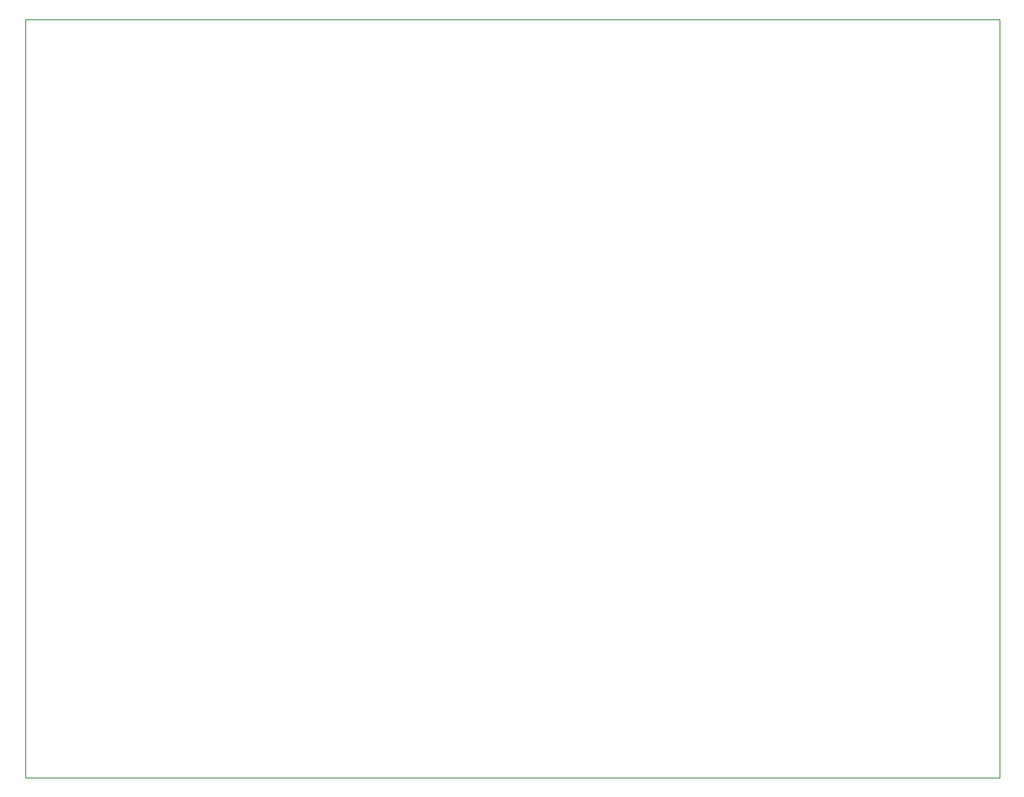
<source format=gbr>
G04 #@! TF.GenerationSoftware,KiCad,Pcbnew,(5.0.1)-3*
G04 #@! TF.CreationDate,2018-11-10T17:24:08-07:00*
G04 #@! TF.ProjectId,oMIDItone Board,6F4D494449746F6E6520426F6172642E,rev?*
G04 #@! TF.SameCoordinates,Original*
G04 #@! TF.FileFunction,Profile,NP*
%FSLAX46Y46*%
G04 Gerber Fmt 4.6, Leading zero omitted, Abs format (unit mm)*
G04 Created by KiCad (PCBNEW (5.0.1)-3) date 11/10/2018 5:24:08 PM*
%MOMM*%
%LPD*%
G01*
G04 APERTURE LIST*
%ADD10C,0.100000*%
G04 APERTURE END LIST*
D10*
X165100000Y-82550000D02*
X262890000Y-82550000D01*
X165100000Y-158750000D02*
X165100000Y-82550000D01*
X262890000Y-158750000D02*
X165100000Y-158750000D01*
X262890000Y-82550000D02*
X262890000Y-158750000D01*
M02*

</source>
